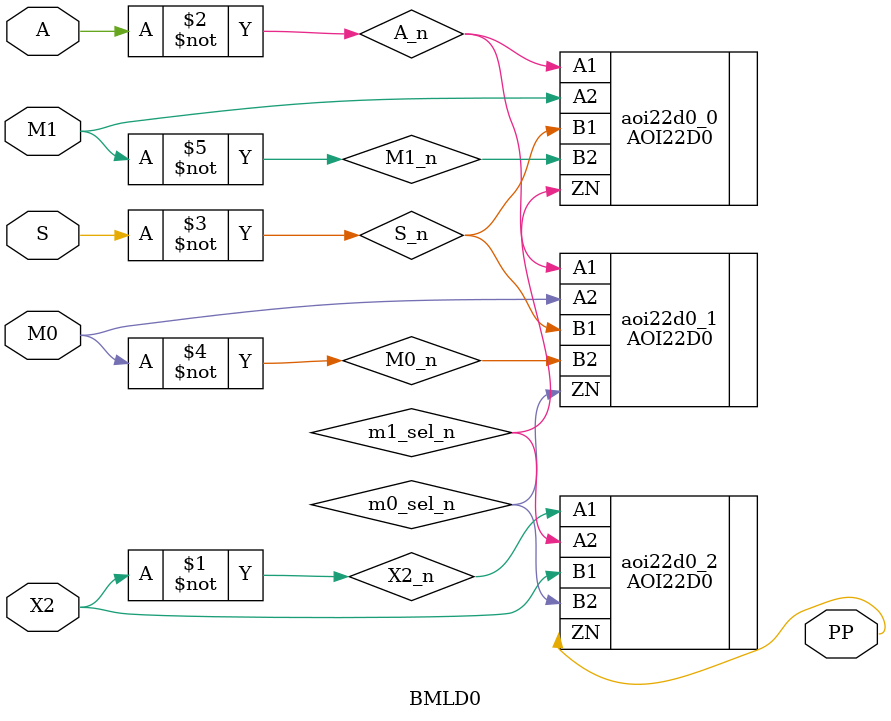
<source format=sv>
/*
 *
 * Takes in two bits of the multiplicand at a time and generates the partial product
 * using other inputs that come in from the booth encoder cell BENCD. 
 *
 */
module BMLD0
(
    input  wire   X2,
    input  wire   A,
    input  wire   S,
    input  wire   M0,
    input  wire   M1,
    output wire   PP
);

    wire m1_sel_n;
    wire m0_sel_n;
    
    wire X2_n;
    wire A_n;
    wire S_n;
    wire M0_n;
    wire M1_n;

    assign X2_n = ~X2;
    assign A_n  = ~A ;
    assign S_n  = ~S ;
    assign M0_n = ~M0;
    assign M1_n = ~M1;    
    
    AOI22D0 aoi22d0_0 (.A1(A_n), .A2(M1), .B1(S_n), .B2(M1_n), .ZN(m1_sel_n));
    
    AOI22D0 aoi22d0_1 (.A1(A_n), .A2(M0), .B1(S_n), .B2(M0_n), .ZN(m0_sel_n));
    
    AOI22D0 aoi22d0_2 (.A1(X2_n), .A2(m1_sel_n), .B1(X2), .B2(m0_sel_n), .ZN(PP));	

endmodule

</source>
